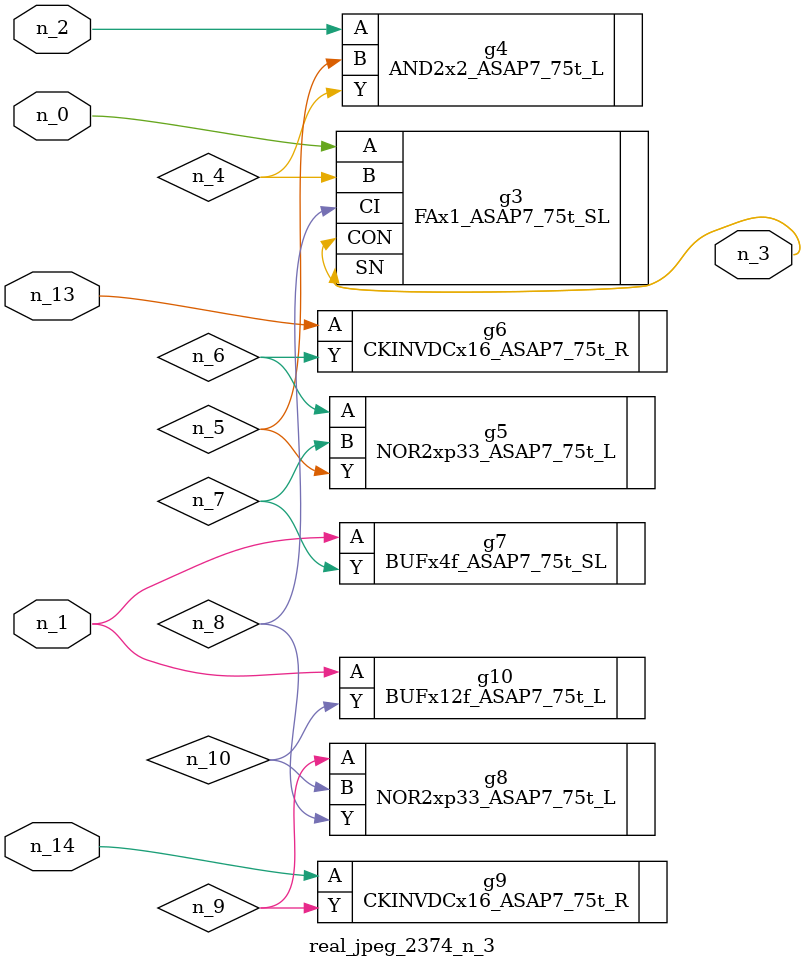
<source format=v>
module real_jpeg_2374_n_3 (n_0, n_1, n_14, n_2, n_13, n_3);

input n_0;
input n_1;
input n_14;
input n_2;
input n_13;

output n_3;

wire n_5;
wire n_8;
wire n_4;
wire n_6;
wire n_7;
wire n_10;
wire n_9;

FAx1_ASAP7_75t_SL g3 ( 
.A(n_0),
.B(n_4),
.CI(n_8),
.CON(n_3),
.SN(n_3)
);

BUFx4f_ASAP7_75t_SL g7 ( 
.A(n_1),
.Y(n_7)
);

BUFx12f_ASAP7_75t_L g10 ( 
.A(n_1),
.Y(n_10)
);

AND2x2_ASAP7_75t_L g4 ( 
.A(n_2),
.B(n_5),
.Y(n_4)
);

NOR2xp33_ASAP7_75t_L g5 ( 
.A(n_6),
.B(n_7),
.Y(n_5)
);

NOR2xp33_ASAP7_75t_L g8 ( 
.A(n_9),
.B(n_10),
.Y(n_8)
);

CKINVDCx16_ASAP7_75t_R g6 ( 
.A(n_13),
.Y(n_6)
);

CKINVDCx16_ASAP7_75t_R g9 ( 
.A(n_14),
.Y(n_9)
);


endmodule
</source>
